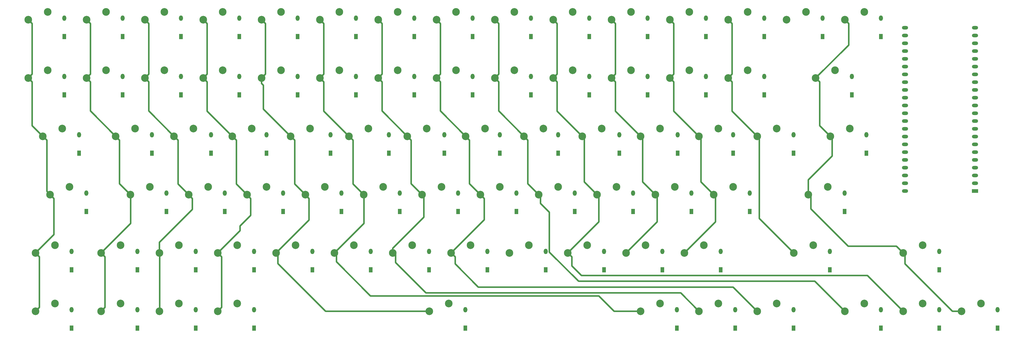
<source format=gbr>
%TF.GenerationSoftware,KiCad,Pcbnew,7.0.10*%
%TF.CreationDate,2024-01-16T21:17:59-03:00*%
%TF.ProjectId,PCB,5043422e-6b69-4636-9164-5f7063625858,rev?*%
%TF.SameCoordinates,Original*%
%TF.FileFunction,Copper,L2,Bot*%
%TF.FilePolarity,Positive*%
%FSLAX46Y46*%
G04 Gerber Fmt 4.6, Leading zero omitted, Abs format (unit mm)*
G04 Created by KiCad (PCBNEW 7.0.10) date 2024-01-16 21:17:59*
%MOMM*%
%LPD*%
G01*
G04 APERTURE LIST*
%TA.AperFunction,ComponentPad*%
%ADD10C,2.500000*%
%TD*%
%TA.AperFunction,ComponentPad*%
%ADD11R,1.300000X1.778000*%
%TD*%
%TA.AperFunction,ComponentPad*%
%ADD12O,1.300000X1.778000*%
%TD*%
%TA.AperFunction,ComponentPad*%
%ADD13R,2.000000X1.200000*%
%TD*%
%TA.AperFunction,ComponentPad*%
%ADD14O,2.000000X1.200000*%
%TD*%
%TA.AperFunction,Conductor*%
%ADD15C,0.500000*%
%TD*%
%TA.AperFunction,Conductor*%
%ADD16C,0.250000*%
%TD*%
G04 APERTURE END LIST*
D10*
%TO.P,S79,1,1*%
%TO.N,/col14*%
X292258750Y-105976963D03*
%TO.P,S79,2,2*%
%TO.N,Net-(D79-A)*%
X298608750Y-103436963D03*
%TD*%
D11*
%TO.P,D56,1,K*%
%TO.N,/row1*%
X220725000Y-73416963D03*
D12*
%TO.P,D56,2,A*%
%TO.N,Net-(D56-A)*%
X220725000Y-67416963D03*
%TD*%
D10*
%TO.P,S32,1,1*%
%TO.N,/col5*%
X132715000Y-67876963D03*
%TO.P,S32,2,2*%
%TO.N,Net-(D32-A)*%
X139065000Y-65336963D03*
%TD*%
%TO.P,S54,1,1*%
%TO.N,/col8*%
X304165000Y-144076963D03*
%TO.P,S54,2,2*%
%TO.N,Net-(D54-A)*%
X310515000Y-141536963D03*
%TD*%
%TO.P,S6,1,1*%
%TO.N,/col0*%
X39846250Y-144076963D03*
%TO.P,S6,2,2*%
%TO.N,Net-(D6-A)*%
X46196250Y-141536963D03*
%TD*%
%TO.P,S11,1,1*%
%TO.N,/col1*%
X61277500Y-125026963D03*
%TO.P,S11,2,2*%
%TO.N,Net-(D11-A)*%
X67627500Y-122486963D03*
%TD*%
D11*
%TO.P,D72,1,K*%
%TO.N,/row1*%
X277875000Y-73416963D03*
D12*
%TO.P,D72,2,A*%
%TO.N,Net-(D72-A)*%
X277875000Y-67416963D03*
%TD*%
D10*
%TO.P,S77,1,1*%
%TO.N,/col14*%
X294640000Y-67876963D03*
%TO.P,S77,2,2*%
%TO.N,Net-(D77-A)*%
X300990000Y-65336963D03*
%TD*%
%TO.P,S15,1,1*%
%TO.N,/col2*%
X85090000Y-86926963D03*
%TO.P,S15,2,2*%
%TO.N,Net-(D15-A)*%
X91440000Y-84386963D03*
%TD*%
D11*
%TO.P,D13,1,K*%
%TO.N,/row0*%
X87375000Y-54366963D03*
D12*
%TO.P,D13,2,A*%
%TO.N,Net-(D13-A)*%
X87375000Y-48366963D03*
%TD*%
D11*
%TO.P,D29,1,K*%
%TO.N,/row4*%
X130237500Y-130566963D03*
D12*
%TO.P,D29,2,A*%
%TO.N,Net-(D29-A)*%
X130237500Y-124566963D03*
%TD*%
D10*
%TO.P,S48,1,1*%
%TO.N,/col7*%
X275590000Y-144076963D03*
%TO.P,S48,2,2*%
%TO.N,Net-(D48-A)*%
X281940000Y-141536963D03*
%TD*%
D11*
%TO.P,D80,1,K*%
%TO.N,/row4*%
X335025000Y-130566963D03*
D12*
%TO.P,D80,2,A*%
%TO.N,Net-(D80-A)*%
X335025000Y-124566963D03*
%TD*%
D10*
%TO.P,S23,1,1*%
%TO.N,/col3*%
X99377500Y-125026963D03*
%TO.P,S23,2,2*%
%TO.N,Net-(D23-A)*%
X105727500Y-122486963D03*
%TD*%
%TO.P,S73,1,1*%
%TO.N,/col12*%
X275590000Y-86926963D03*
%TO.P,S73,2,2*%
%TO.N,Net-(D73-A)*%
X281940000Y-84386963D03*
%TD*%
%TO.P,S30,1,1*%
%TO.N,/col4*%
X168433750Y-144076963D03*
%TO.P,S30,2,2*%
%TO.N,Net-(D30-A)*%
X174783750Y-141536963D03*
%TD*%
%TO.P,S71,1,1*%
%TO.N,/col12*%
X266065000Y-48826963D03*
%TO.P,S71,2,2*%
%TO.N,Net-(D71-A)*%
X272415000Y-46286963D03*
%TD*%
D11*
%TO.P,D39,1,K*%
%TO.N,/row2*%
X173355000Y-92466963D03*
D12*
%TO.P,D39,2,A*%
%TO.N,Net-(D39-A)*%
X173355000Y-86466963D03*
%TD*%
D10*
%TO.P,S78,1,1*%
%TO.N,/col14*%
X299402500Y-86926963D03*
%TO.P,S78,2,2*%
%TO.N,Net-(D78-A)*%
X305752500Y-84386963D03*
%TD*%
%TO.P,S51,1,1*%
%TO.N,/col8*%
X199390000Y-86926963D03*
%TO.P,S51,2,2*%
%TO.N,Net-(D51-A)*%
X205740000Y-84386963D03*
%TD*%
D11*
%TO.P,D1,1,K*%
%TO.N,/row0*%
X49275000Y-54366963D03*
D12*
%TO.P,D1,2,A*%
%TO.N,Net-(D1-A)*%
X49275000Y-48366963D03*
%TD*%
D10*
%TO.P,S65,1,1*%
%TO.N,/col10*%
X232727500Y-125026963D03*
%TO.P,S65,2,2*%
%TO.N,Net-(D65-A)*%
X239077500Y-122486963D03*
%TD*%
%TO.P,S53,1,1*%
%TO.N,/col8*%
X194627500Y-125026963D03*
%TO.P,S53,2,2*%
%TO.N,Net-(D53-A)*%
X200977500Y-122486963D03*
%TD*%
%TO.P,S4,1,1*%
%TO.N,/col0*%
X44608750Y-105976963D03*
%TO.P,S4,2,2*%
%TO.N,Net-(D4-A)*%
X50958750Y-103436963D03*
%TD*%
D11*
%TO.P,D43,1,K*%
%TO.N,/row0*%
X182625000Y-54366963D03*
D12*
%TO.P,D43,2,A*%
%TO.N,Net-(D43-A)*%
X182625000Y-48366963D03*
%TD*%
D11*
%TO.P,D61,1,K*%
%TO.N,/row0*%
X239775000Y-54366963D03*
D12*
%TO.P,D61,2,A*%
%TO.N,Net-(D61-A)*%
X239775000Y-48366963D03*
%TD*%
D10*
%TO.P,S18,1,1*%
%TO.N,/col2*%
X80327500Y-144076963D03*
%TO.P,S18,2,2*%
%TO.N,Net-(D18-A)*%
X86677500Y-141536963D03*
%TD*%
%TO.P,S31,1,1*%
%TO.N,/col5*%
X132715000Y-48826963D03*
%TO.P,S31,2,2*%
%TO.N,Net-(D31-A)*%
X139065000Y-46286963D03*
%TD*%
%TO.P,S34,1,1*%
%TO.N,/col5*%
X147002500Y-105976963D03*
%TO.P,S34,2,2*%
%TO.N,Net-(D34-A)*%
X153352500Y-103436963D03*
%TD*%
D11*
%TO.P,D25,1,K*%
%TO.N,/row0*%
X125475000Y-54366963D03*
D12*
%TO.P,D25,2,A*%
%TO.N,Net-(D25-A)*%
X125475000Y-48366963D03*
%TD*%
D11*
%TO.P,D70,1,K*%
%TO.N,/row4*%
X263587500Y-130566963D03*
D12*
%TO.P,D70,2,A*%
%TO.N,Net-(D70-A)*%
X263587500Y-124566963D03*
%TD*%
D10*
%TO.P,S25,1,1*%
%TO.N,/col4*%
X113665000Y-48826963D03*
%TO.P,S25,2,2*%
%TO.N,Net-(D25-A)*%
X120015000Y-46286963D03*
%TD*%
D11*
%TO.P,D51,1,K*%
%TO.N,/row2*%
X210502500Y-92466963D03*
D12*
%TO.P,D51,2,A*%
%TO.N,Net-(D51-A)*%
X210502500Y-86466963D03*
%TD*%
D10*
%TO.P,S70,1,1*%
%TO.N,/col11*%
X251777500Y-125026963D03*
%TO.P,S70,2,2*%
%TO.N,Net-(D70-A)*%
X258127500Y-122486963D03*
%TD*%
D11*
%TO.P,D34,1,K*%
%TO.N,/row3*%
X158812500Y-111516963D03*
D12*
%TO.P,D34,2,A*%
%TO.N,Net-(D34-A)*%
X158812500Y-105516963D03*
%TD*%
D11*
%TO.P,D28,1,K*%
%TO.N,/row3*%
X139762500Y-111516963D03*
D12*
%TO.P,D28,2,A*%
%TO.N,Net-(D28-A)*%
X139762500Y-105516963D03*
%TD*%
D11*
%TO.P,D58,1,K*%
%TO.N,/row3*%
X235012500Y-111516963D03*
D12*
%TO.P,D58,2,A*%
%TO.N,Net-(D58-A)*%
X235012500Y-105516963D03*
%TD*%
D11*
%TO.P,D8,1,K*%
%TO.N,/row1*%
X68325000Y-73416963D03*
D12*
%TO.P,D8,2,A*%
%TO.N,Net-(D8-A)*%
X68325000Y-67416963D03*
%TD*%
D11*
%TO.P,D71,1,K*%
%TO.N,/row0*%
X277875000Y-54366963D03*
D12*
%TO.P,D71,2,A*%
%TO.N,Net-(D71-A)*%
X277875000Y-48366963D03*
%TD*%
D10*
%TO.P,S16,1,1*%
%TO.N,/col2*%
X89852500Y-105976963D03*
%TO.P,S16,2,2*%
%TO.N,Net-(D16-A)*%
X96202500Y-103436963D03*
%TD*%
D13*
%TO.P,U1,1,3V3*%
%TO.N,Net-(U1-3V3-Pad1)*%
X346706320Y-104772280D03*
D14*
%TO.P,U1,2,3V3*%
X346706320Y-102232280D03*
%TO.P,U1,3,CHIP_PU*%
%TO.N,unconnected-(U1-CHIP_PU-Pad3)*%
X346706320Y-99692280D03*
%TO.P,U1,4,GPIO4/ADC1_CH3*%
%TO.N,unconnected-(U1-GPIO4{slash}ADC1_CH3-Pad4)*%
X346706320Y-97152280D03*
%TO.P,U1,5,GPIO5/ADC1_CH4*%
%TO.N,unconnected-(U1-GPIO5{slash}ADC1_CH4-Pad5)*%
X346706320Y-94612280D03*
%TO.P,U1,6,GPIO6/ADC1_CH5*%
%TO.N,unconnected-(U1-GPIO6{slash}ADC1_CH5-Pad6)*%
X346706320Y-92072280D03*
%TO.P,U1,7,GPIO7/ADC1_CH6*%
%TO.N,unconnected-(U1-GPIO7{slash}ADC1_CH6-Pad7)*%
X346706320Y-89532280D03*
%TO.P,U1,8,GPIO15/ADC2_CH4/32K_P*%
%TO.N,unconnected-(U1-GPIO15{slash}ADC2_CH4{slash}32K_P-Pad8)*%
X346706320Y-86992280D03*
%TO.P,U1,9,GPIO16/ADC2_CH5/32K_N*%
%TO.N,unconnected-(U1-GPIO16{slash}ADC2_CH5{slash}32K_N-Pad9)*%
X346706320Y-84452280D03*
%TO.P,U1,10,GPIO17/ADC2_CH6*%
%TO.N,unconnected-(U1-GPIO17{slash}ADC2_CH6-Pad10)*%
X346706320Y-81912280D03*
%TO.P,U1,11,GPIO18/ADC2_CH7*%
%TO.N,unconnected-(U1-GPIO18{slash}ADC2_CH7-Pad11)*%
X346706320Y-79372280D03*
%TO.P,U1,12,GPIO8/ADC1_CH7*%
%TO.N,unconnected-(U1-GPIO8{slash}ADC1_CH7-Pad12)*%
X346706320Y-76832280D03*
%TO.P,U1,13,GPIO3/ADC1_CH2*%
%TO.N,unconnected-(U1-GPIO3{slash}ADC1_CH2-Pad13)*%
X346706320Y-74292280D03*
%TO.P,U1,14,GPIO46*%
%TO.N,unconnected-(U1-GPIO46-Pad14)*%
X346706320Y-71752280D03*
%TO.P,U1,15,GPIO9/ADC1_CH8*%
%TO.N,unconnected-(U1-GPIO9{slash}ADC1_CH8-Pad15)*%
X346706320Y-69212280D03*
%TO.P,U1,16,GPIO10/ADC1_CH9*%
%TO.N,unconnected-(U1-GPIO10{slash}ADC1_CH9-Pad16)*%
X346706320Y-66672280D03*
%TO.P,U1,17,GPIO11/ADC2_CH0*%
%TO.N,unconnected-(U1-GPIO11{slash}ADC2_CH0-Pad17)*%
X346706320Y-64132280D03*
%TO.P,U1,18,GPIO12/ADC2_CH1*%
%TO.N,unconnected-(U1-GPIO12{slash}ADC2_CH1-Pad18)*%
X346706320Y-61592280D03*
%TO.P,U1,19,GPIO13/ADC2_CH2*%
%TO.N,unconnected-(U1-GPIO13{slash}ADC2_CH2-Pad19)*%
X346706320Y-59052280D03*
%TO.P,U1,20,GPIO14/ADC2_CH3*%
%TO.N,unconnected-(U1-GPIO14{slash}ADC2_CH3-Pad20)*%
X346710000Y-56515000D03*
%TO.P,U1,21,5V*%
%TO.N,unconnected-(U1-5V-Pad21)*%
X346710000Y-53975000D03*
%TO.P,U1,22,GND*%
%TO.N,GND*%
X346710000Y-51435000D03*
%TO.P,U1,23,GND*%
X323846320Y-51432280D03*
%TO.P,U1,24,GND*%
X323846320Y-53972280D03*
%TO.P,U1,25,GPIO19/USB_D-*%
%TO.N,unconnected-(U1-GPIO19{slash}USB_D--Pad25)*%
X323846320Y-56512280D03*
%TO.P,U1,26,GPIO20/USB_D+*%
%TO.N,unconnected-(U1-GPIO20{slash}USB_D+-Pad26)*%
X323846320Y-59052280D03*
%TO.P,U1,27,GPIO21*%
%TO.N,unconnected-(U1-GPIO21-Pad27)*%
X323846320Y-61592280D03*
%TO.P,U1,28,GPIO47*%
%TO.N,unconnected-(U1-GPIO47-Pad28)*%
X323846320Y-64132280D03*
%TO.P,U1,29,GPIO48*%
%TO.N,unconnected-(U1-GPIO48-Pad29)*%
X323846320Y-66672280D03*
%TO.P,U1,30,GPIO45*%
%TO.N,unconnected-(U1-GPIO45-Pad30)*%
X323846320Y-69212280D03*
%TO.P,U1,31,GPIO0*%
%TO.N,unconnected-(U1-GPIO0-Pad31)*%
X323846320Y-71752280D03*
%TO.P,U1,32,GPIO35*%
%TO.N,unconnected-(U1-GPIO35-Pad32)*%
X323846320Y-74292280D03*
%TO.P,U1,33,GPIO36*%
%TO.N,unconnected-(U1-GPIO36-Pad33)*%
X323846320Y-76832280D03*
%TO.P,U1,34,GPIO37*%
%TO.N,unconnected-(U1-GPIO37-Pad34)*%
X323846320Y-79372280D03*
%TO.P,U1,35,GPIO38*%
%TO.N,unconnected-(U1-GPIO38-Pad35)*%
X323846320Y-81912280D03*
%TO.P,U1,36,GPIO39/MTCK*%
%TO.N,unconnected-(U1-GPIO39{slash}MTCK-Pad36)*%
X323846320Y-84452280D03*
%TO.P,U1,37,GPIO40/MTDO*%
%TO.N,unconnected-(U1-GPIO40{slash}MTDO-Pad37)*%
X323846320Y-86992280D03*
%TO.P,U1,38,GPIO41/MTDI*%
%TO.N,unconnected-(U1-GPIO41{slash}MTDI-Pad38)*%
X323846320Y-89532280D03*
%TO.P,U1,39,GPIO42/MTMS*%
%TO.N,unconnected-(U1-GPIO42{slash}MTMS-Pad39)*%
X323846320Y-92072280D03*
%TO.P,U1,40,GPIO2/ADC1_CH1*%
%TO.N,unconnected-(U1-GPIO2{slash}ADC1_CH1-Pad40)*%
X323846320Y-94612280D03*
%TO.P,U1,41,GPIO1/ADC1_CH0*%
%TO.N,unconnected-(U1-GPIO1{slash}ADC1_CH0-Pad41)*%
X323846320Y-97152280D03*
%TO.P,U1,42,GPIO44/U0RXD*%
%TO.N,unconnected-(U1-GPIO44{slash}U0RXD-Pad42)*%
X323846320Y-99692280D03*
%TO.P,U1,43,GPIO43/U0TXD*%
%TO.N,unconnected-(U1-GPIO43{slash}U0TXD-Pad43)*%
X323846320Y-102232280D03*
%TO.P,U1,44,GND*%
%TO.N,GND*%
X323846320Y-104772280D03*
%TD*%
D10*
%TO.P,S41,1,1*%
%TO.N,/col6*%
X156527500Y-125026963D03*
%TO.P,S41,2,2*%
%TO.N,Net-(D41-A)*%
X162877500Y-122486963D03*
%TD*%
D11*
%TO.P,D22,1,K*%
%TO.N,/row3*%
X120712500Y-111516963D03*
D12*
%TO.P,D22,2,A*%
%TO.N,Net-(D22-A)*%
X120712500Y-105516963D03*
%TD*%
D10*
%TO.P,S33,1,1*%
%TO.N,/col5*%
X142240000Y-86926963D03*
%TO.P,S33,2,2*%
%TO.N,Net-(D33-A)*%
X148590000Y-84386963D03*
%TD*%
%TO.P,S29,1,1*%
%TO.N,/col4*%
X118427500Y-125026963D03*
%TO.P,S29,2,2*%
%TO.N,Net-(D29-A)*%
X124777500Y-122486963D03*
%TD*%
D11*
%TO.P,D81,1,K*%
%TO.N,/row5*%
X354075000Y-149616963D03*
D12*
%TO.P,D81,2,A*%
%TO.N,Net-(D81-A)*%
X354075000Y-143616963D03*
%TD*%
D11*
%TO.P,D33,1,K*%
%TO.N,/row2*%
X155257500Y-92466963D03*
D12*
%TO.P,D33,2,A*%
%TO.N,Net-(D33-A)*%
X155257500Y-86466963D03*
%TD*%
D11*
%TO.P,D19,1,K*%
%TO.N,/row0*%
X106425000Y-54366963D03*
D12*
%TO.P,D19,2,A*%
%TO.N,Net-(D19-A)*%
X106425000Y-48366963D03*
%TD*%
D10*
%TO.P,S20,1,1*%
%TO.N,/col3*%
X94615000Y-67876963D03*
%TO.P,S20,2,2*%
%TO.N,Net-(D20-A)*%
X100965000Y-65336963D03*
%TD*%
%TO.P,S76,1,1*%
%TO.N,/col14*%
X304165000Y-48826963D03*
%TO.P,S76,2,2*%
%TO.N,Net-(D76-A)*%
X310515000Y-46286963D03*
%TD*%
%TO.P,S45,1,1*%
%TO.N,/col7*%
X180340000Y-86926963D03*
%TO.P,S45,2,2*%
%TO.N,Net-(D45-A)*%
X186690000Y-84386963D03*
%TD*%
%TO.P,S55,1,1*%
%TO.N,/col9*%
X208915000Y-48826963D03*
%TO.P,S55,2,2*%
%TO.N,Net-(D55-A)*%
X215265000Y-46286963D03*
%TD*%
%TO.P,S24,1,1*%
%TO.N,/col3*%
X99377500Y-144076963D03*
%TO.P,S24,2,2*%
%TO.N,Net-(D24-A)*%
X105727500Y-141536963D03*
%TD*%
D11*
%TO.P,D60,1,K*%
%TO.N,/row5*%
X335025000Y-149616963D03*
D12*
%TO.P,D60,2,A*%
%TO.N,Net-(D60-A)*%
X335025000Y-143616963D03*
%TD*%
D11*
%TO.P,D4,1,K*%
%TO.N,/row3*%
X56418750Y-111516963D03*
D12*
%TO.P,D4,2,A*%
%TO.N,Net-(D4-A)*%
X56418750Y-105516963D03*
%TD*%
D11*
%TO.P,D32,1,K*%
%TO.N,/row1*%
X144525000Y-73416963D03*
D12*
%TO.P,D32,2,A*%
%TO.N,Net-(D32-A)*%
X144525000Y-67416963D03*
%TD*%
D10*
%TO.P,S58,1,1*%
%TO.N,/col9*%
X223202500Y-105976963D03*
%TO.P,S58,2,2*%
%TO.N,Net-(D58-A)*%
X229552500Y-103436963D03*
%TD*%
%TO.P,S40,1,1*%
%TO.N,/col6*%
X166052500Y-105976963D03*
%TO.P,S40,2,2*%
%TO.N,Net-(D40-A)*%
X172402500Y-103436963D03*
%TD*%
D11*
%TO.P,D49,1,K*%
%TO.N,/row0*%
X201675000Y-54366963D03*
D12*
%TO.P,D49,2,A*%
%TO.N,Net-(D49-A)*%
X201675000Y-48366963D03*
%TD*%
D10*
%TO.P,S9,1,1*%
%TO.N,/col1*%
X66040000Y-86926963D03*
%TO.P,S9,2,2*%
%TO.N,Net-(D9-A)*%
X72390000Y-84386963D03*
%TD*%
D11*
%TO.P,D17,1,K*%
%TO.N,/row4*%
X92137500Y-130566963D03*
D12*
%TO.P,D17,2,A*%
%TO.N,Net-(D17-A)*%
X92137500Y-124566963D03*
%TD*%
D10*
%TO.P,S68,1,1*%
%TO.N,/col11*%
X256540000Y-86926963D03*
%TO.P,S68,2,2*%
%TO.N,Net-(D68-A)*%
X262890000Y-84386963D03*
%TD*%
%TO.P,S61,1,1*%
%TO.N,/col10*%
X227965000Y-48826963D03*
%TO.P,S61,2,2*%
%TO.N,Net-(D61-A)*%
X234315000Y-46286963D03*
%TD*%
%TO.P,S50,1,1*%
%TO.N,/col8*%
X189865000Y-67876963D03*
%TO.P,S50,2,2*%
%TO.N,Net-(D50-A)*%
X196215000Y-65336963D03*
%TD*%
%TO.P,S14,1,1*%
%TO.N,/col2*%
X75565000Y-67876963D03*
%TO.P,S14,2,2*%
%TO.N,Net-(D14-A)*%
X81915000Y-65336963D03*
%TD*%
D11*
%TO.P,D76,1,K*%
%TO.N,/row0*%
X315975000Y-54366963D03*
D12*
%TO.P,D76,2,A*%
%TO.N,Net-(D76-A)*%
X315975000Y-48366963D03*
%TD*%
D11*
%TO.P,D9,1,K*%
%TO.N,/row2*%
X77850000Y-92466963D03*
D12*
%TO.P,D9,2,A*%
%TO.N,Net-(D9-A)*%
X77850000Y-86466963D03*
%TD*%
D10*
%TO.P,S12,1,1*%
%TO.N,/col1*%
X61277500Y-144076963D03*
%TO.P,S12,2,2*%
%TO.N,Net-(D12-A)*%
X67627500Y-141536963D03*
%TD*%
D11*
%TO.P,D6,1,K*%
%TO.N,/row5*%
X51656250Y-149616963D03*
D12*
%TO.P,D6,2,A*%
%TO.N,Net-(D6-A)*%
X51656250Y-143616963D03*
%TD*%
D10*
%TO.P,S46,1,1*%
%TO.N,/col7*%
X185102500Y-105976963D03*
%TO.P,S46,2,2*%
%TO.N,Net-(D46-A)*%
X191452500Y-103436963D03*
%TD*%
%TO.P,S69,1,1*%
%TO.N,/col11*%
X261302500Y-105976963D03*
%TO.P,S69,2,2*%
%TO.N,Net-(D69-A)*%
X267652500Y-103436963D03*
%TD*%
D11*
%TO.P,D45,1,K*%
%TO.N,/row2*%
X191452500Y-92466963D03*
D12*
%TO.P,D45,2,A*%
%TO.N,Net-(D45-A)*%
X191452500Y-86466963D03*
%TD*%
D11*
%TO.P,D47,1,K*%
%TO.N,/row4*%
X187387500Y-130566963D03*
D12*
%TO.P,D47,2,A*%
%TO.N,Net-(D47-A)*%
X187387500Y-124566963D03*
%TD*%
D11*
%TO.P,D18,1,K*%
%TO.N,/row5*%
X92137500Y-149616963D03*
D12*
%TO.P,D18,2,A*%
%TO.N,Net-(D18-A)*%
X92137500Y-143616963D03*
%TD*%
D11*
%TO.P,D23,1,K*%
%TO.N,/row4*%
X111187500Y-130566963D03*
D12*
%TO.P,D23,2,A*%
%TO.N,Net-(D23-A)*%
X111187500Y-124566963D03*
%TD*%
D10*
%TO.P,S3,1,1*%
%TO.N,/col0*%
X42227500Y-86926963D03*
%TO.P,S3,2,2*%
%TO.N,Net-(D3-A)*%
X48577500Y-84386963D03*
%TD*%
%TO.P,S47,1,1*%
%TO.N,/col7*%
X175577500Y-125026963D03*
%TO.P,S47,2,2*%
%TO.N,Net-(D47-A)*%
X181927500Y-122486963D03*
%TD*%
%TO.P,S60,1,1*%
%TO.N,/col9*%
X323215000Y-144076963D03*
%TO.P,S60,2,2*%
%TO.N,Net-(D60-A)*%
X329565000Y-141536963D03*
%TD*%
D11*
%TO.P,D52,1,K*%
%TO.N,/row3*%
X215962500Y-111516963D03*
D12*
%TO.P,D52,2,A*%
%TO.N,Net-(D52-A)*%
X215962500Y-105516963D03*
%TD*%
D10*
%TO.P,S49,1,1*%
%TO.N,/col8*%
X189865000Y-48826963D03*
%TO.P,S49,2,2*%
%TO.N,Net-(D49-A)*%
X196215000Y-46286963D03*
%TD*%
D11*
%TO.P,D65,1,K*%
%TO.N,/row4*%
X244537500Y-130566963D03*
D12*
%TO.P,D65,2,A*%
%TO.N,Net-(D65-A)*%
X244537500Y-124566963D03*
%TD*%
D10*
%TO.P,S75,1,1*%
%TO.N,/col13*%
X285115000Y-48826963D03*
%TO.P,S75,2,2*%
%TO.N,Net-(D75-A)*%
X291465000Y-46286963D03*
%TD*%
D11*
%TO.P,D37,1,K*%
%TO.N,/row0*%
X163575000Y-54366963D03*
D12*
%TO.P,D37,2,A*%
%TO.N,Net-(D37-A)*%
X163575000Y-48366963D03*
%TD*%
D10*
%TO.P,S7,1,1*%
%TO.N,/col1*%
X56515000Y-48826963D03*
%TO.P,S7,2,2*%
%TO.N,Net-(D7-A)*%
X62865000Y-46286963D03*
%TD*%
D11*
%TO.P,D12,1,K*%
%TO.N,/row5*%
X73087500Y-149616963D03*
D12*
%TO.P,D12,2,A*%
%TO.N,Net-(D12-A)*%
X73087500Y-143616963D03*
%TD*%
D11*
%TO.P,D14,1,K*%
%TO.N,/row1*%
X87375000Y-73416963D03*
D12*
%TO.P,D14,2,A*%
%TO.N,Net-(D14-A)*%
X87375000Y-67416963D03*
%TD*%
D10*
%TO.P,S28,1,1*%
%TO.N,/col4*%
X127952500Y-105976963D03*
%TO.P,S28,2,2*%
%TO.N,Net-(D28-A)*%
X134302500Y-103436963D03*
%TD*%
D11*
%TO.P,D11,1,K*%
%TO.N,/row4*%
X73087500Y-130566963D03*
D12*
%TO.P,D11,2,A*%
%TO.N,Net-(D11-A)*%
X73087500Y-124566963D03*
%TD*%
D11*
%TO.P,D68,1,K*%
%TO.N,/row2*%
X267652500Y-92466963D03*
D12*
%TO.P,D68,2,A*%
%TO.N,Net-(D68-A)*%
X267652500Y-86466963D03*
%TD*%
D10*
%TO.P,S19,1,1*%
%TO.N,/col3*%
X94615000Y-48826963D03*
%TO.P,S19,2,2*%
%TO.N,Net-(D19-A)*%
X100965000Y-46286963D03*
%TD*%
D11*
%TO.P,D54,1,K*%
%TO.N,/row5*%
X315975000Y-149616963D03*
D12*
%TO.P,D54,2,A*%
%TO.N,Net-(D54-A)*%
X315975000Y-143616963D03*
%TD*%
D11*
%TO.P,D36,1,K*%
%TO.N,/row5*%
X249300000Y-149616963D03*
D12*
%TO.P,D36,2,A*%
%TO.N,Net-(D36-A)*%
X249300000Y-143616963D03*
%TD*%
D11*
%TO.P,D35,1,K*%
%TO.N,/row4*%
X149287500Y-130566963D03*
D12*
%TO.P,D35,2,A*%
%TO.N,Net-(D35-A)*%
X149287500Y-124566963D03*
%TD*%
D10*
%TO.P,S62,1,1*%
%TO.N,/col10*%
X227965000Y-67876963D03*
%TO.P,S62,2,2*%
%TO.N,Net-(D62-A)*%
X234315000Y-65336963D03*
%TD*%
%TO.P,S56,1,1*%
%TO.N,/col9*%
X208915000Y-67876963D03*
%TO.P,S56,2,2*%
%TO.N,Net-(D56-A)*%
X215265000Y-65336963D03*
%TD*%
%TO.P,S10,1,1*%
%TO.N,/col1*%
X70802500Y-105976963D03*
%TO.P,S10,2,2*%
%TO.N,Net-(D10-A)*%
X77152500Y-103436963D03*
%TD*%
D11*
%TO.P,D16,1,K*%
%TO.N,/row3*%
X101662500Y-111516963D03*
D12*
%TO.P,D16,2,A*%
%TO.N,Net-(D16-A)*%
X101662500Y-105516963D03*
%TD*%
D10*
%TO.P,S63,1,1*%
%TO.N,/col10*%
X237490000Y-86926963D03*
%TO.P,S63,2,2*%
%TO.N,Net-(D63-A)*%
X243840000Y-84386963D03*
%TD*%
D11*
%TO.P,D31,1,K*%
%TO.N,/row0*%
X144525000Y-54366963D03*
D12*
%TO.P,D31,2,A*%
%TO.N,Net-(D31-A)*%
X144525000Y-48366963D03*
%TD*%
D10*
%TO.P,S74,1,1*%
%TO.N,/col12*%
X287496250Y-125026963D03*
%TO.P,S74,2,2*%
%TO.N,Net-(D74-A)*%
X293846250Y-122486963D03*
%TD*%
D11*
%TO.P,D73,1,K*%
%TO.N,/row2*%
X287400000Y-92466963D03*
D12*
%TO.P,D73,2,A*%
%TO.N,Net-(D73-A)*%
X287400000Y-86466963D03*
%TD*%
D10*
%TO.P,S39,1,1*%
%TO.N,/col6*%
X161290000Y-86926963D03*
%TO.P,S39,2,2*%
%TO.N,Net-(D39-A)*%
X167640000Y-84386963D03*
%TD*%
%TO.P,S36,1,1*%
%TO.N,/col5*%
X237490000Y-144076963D03*
%TO.P,S36,2,2*%
%TO.N,Net-(D36-A)*%
X243840000Y-141536963D03*
%TD*%
D11*
%TO.P,D40,1,K*%
%TO.N,/row3*%
X177862500Y-111516963D03*
D12*
%TO.P,D40,2,A*%
%TO.N,Net-(D40-A)*%
X177862500Y-105516963D03*
%TD*%
D11*
%TO.P,D66,1,K*%
%TO.N,/row0*%
X258825000Y-54366963D03*
D12*
%TO.P,D66,2,A*%
%TO.N,Net-(D66-A)*%
X258825000Y-48366963D03*
%TD*%
D11*
%TO.P,D21,1,K*%
%TO.N,/row2*%
X115252500Y-92466963D03*
D12*
%TO.P,D21,2,A*%
%TO.N,Net-(D21-A)*%
X115252500Y-86466963D03*
%TD*%
D11*
%TO.P,D74,1,K*%
%TO.N,/row4*%
X299306250Y-130566963D03*
D12*
%TO.P,D74,2,A*%
%TO.N,Net-(D74-A)*%
X299306250Y-124566963D03*
%TD*%
D10*
%TO.P,S26,1,1*%
%TO.N,/col4*%
X113665000Y-67876963D03*
%TO.P,S26,2,2*%
%TO.N,Net-(D26-A)*%
X120015000Y-65336963D03*
%TD*%
D11*
%TO.P,D48,1,K*%
%TO.N,/row5*%
X287400000Y-149616963D03*
D12*
%TO.P,D48,2,A*%
%TO.N,Net-(D48-A)*%
X287400000Y-143616963D03*
%TD*%
D11*
%TO.P,D38,1,K*%
%TO.N,/row1*%
X163575000Y-73416963D03*
D12*
%TO.P,D38,2,A*%
%TO.N,Net-(D38-A)*%
X163575000Y-67416963D03*
%TD*%
D11*
%TO.P,D77,1,K*%
%TO.N,/row1*%
X306450000Y-73416963D03*
D12*
%TO.P,D77,2,A*%
%TO.N,Net-(D77-A)*%
X306450000Y-67416963D03*
%TD*%
D10*
%TO.P,S42,1,1*%
%TO.N,/col6*%
X256540000Y-144076963D03*
%TO.P,S42,2,2*%
%TO.N,Net-(D42-A)*%
X262890000Y-141536963D03*
%TD*%
%TO.P,S1,1,1*%
%TO.N,/col0*%
X37465000Y-48826963D03*
%TO.P,S1,2,2*%
%TO.N,Net-(D1-A)*%
X43815000Y-46286963D03*
%TD*%
D11*
%TO.P,D44,1,K*%
%TO.N,/row1*%
X182625000Y-73416963D03*
D12*
%TO.P,D44,2,A*%
%TO.N,Net-(D44-A)*%
X182625000Y-67416963D03*
%TD*%
D10*
%TO.P,S66,1,1*%
%TO.N,/col11*%
X247015000Y-48826963D03*
%TO.P,S66,2,2*%
%TO.N,Net-(D66-A)*%
X253365000Y-46286963D03*
%TD*%
D11*
%TO.P,D46,1,K*%
%TO.N,/row3*%
X196912500Y-111516963D03*
D12*
%TO.P,D46,2,A*%
%TO.N,Net-(D46-A)*%
X196912500Y-105516963D03*
%TD*%
D11*
%TO.P,D42,1,K*%
%TO.N,/row5*%
X268350000Y-149616963D03*
D12*
%TO.P,D42,2,A*%
%TO.N,Net-(D42-A)*%
X268350000Y-143616963D03*
%TD*%
D10*
%TO.P,S52,1,1*%
%TO.N,/col8*%
X204152500Y-105976963D03*
%TO.P,S52,2,2*%
%TO.N,Net-(D52-A)*%
X210502500Y-103436963D03*
%TD*%
D11*
%TO.P,D5,1,K*%
%TO.N,/row4*%
X51656250Y-130566963D03*
D12*
%TO.P,D5,2,A*%
%TO.N,Net-(D5-A)*%
X51656250Y-124566963D03*
%TD*%
D11*
%TO.P,D53,1,K*%
%TO.N,/row4*%
X206437500Y-130566963D03*
D12*
%TO.P,D53,2,A*%
%TO.N,Net-(D53-A)*%
X206437500Y-124566963D03*
%TD*%
D10*
%TO.P,S64,1,1*%
%TO.N,/col10*%
X242252500Y-105976963D03*
%TO.P,S64,2,2*%
%TO.N,Net-(D64-A)*%
X248602500Y-103436963D03*
%TD*%
D11*
%TO.P,D69,1,K*%
%TO.N,/row3*%
X273112500Y-111516963D03*
D12*
%TO.P,D69,2,A*%
%TO.N,Net-(D69-A)*%
X273112500Y-105516963D03*
%TD*%
D10*
%TO.P,S22,1,1*%
%TO.N,/col3*%
X108902500Y-105976963D03*
%TO.P,S22,2,2*%
%TO.N,Net-(D22-A)*%
X115252500Y-103436963D03*
%TD*%
%TO.P,S5,1,1*%
%TO.N,/col0*%
X39846250Y-125026963D03*
%TO.P,S5,2,2*%
%TO.N,Net-(D5-A)*%
X46196250Y-122486963D03*
%TD*%
D11*
%TO.P,D7,1,K*%
%TO.N,/row0*%
X68325000Y-54366963D03*
D12*
%TO.P,D7,2,A*%
%TO.N,Net-(D7-A)*%
X68325000Y-48366963D03*
%TD*%
D10*
%TO.P,S80,1,1*%
%TO.N,/col14*%
X323215000Y-125026963D03*
%TO.P,S80,2,2*%
%TO.N,Net-(D80-A)*%
X329565000Y-122486963D03*
%TD*%
%TO.P,S57,1,1*%
%TO.N,/col9*%
X218440000Y-86926963D03*
%TO.P,S57,2,2*%
%TO.N,Net-(D57-A)*%
X224790000Y-84386963D03*
%TD*%
D11*
%TO.P,D50,1,K*%
%TO.N,/row1*%
X201675000Y-73416963D03*
D12*
%TO.P,D50,2,A*%
%TO.N,Net-(D50-A)*%
X201675000Y-67416963D03*
%TD*%
D11*
%TO.P,D15,1,K*%
%TO.N,/row2*%
X97155000Y-92466963D03*
D12*
%TO.P,D15,2,A*%
%TO.N,Net-(D15-A)*%
X97155000Y-86466963D03*
%TD*%
D11*
%TO.P,D20,1,K*%
%TO.N,/row1*%
X106425000Y-73416963D03*
D12*
%TO.P,D20,2,A*%
%TO.N,Net-(D20-A)*%
X106425000Y-67416963D03*
%TD*%
D11*
%TO.P,D79,1,K*%
%TO.N,/row3*%
X304068750Y-111516963D03*
D12*
%TO.P,D79,2,A*%
%TO.N,Net-(D79-A)*%
X304068750Y-105516963D03*
%TD*%
D11*
%TO.P,D30,1,K*%
%TO.N,/row5*%
X180243750Y-149616963D03*
D12*
%TO.P,D30,2,A*%
%TO.N,Net-(D30-A)*%
X180243750Y-143616963D03*
%TD*%
D10*
%TO.P,S37,1,1*%
%TO.N,/col6*%
X151765000Y-48826963D03*
%TO.P,S37,2,2*%
%TO.N,Net-(D37-A)*%
X158115000Y-46286963D03*
%TD*%
%TO.P,S17,1,1*%
%TO.N,/col2*%
X80327500Y-125026963D03*
%TO.P,S17,2,2*%
%TO.N,Net-(D17-A)*%
X86677500Y-122486963D03*
%TD*%
D11*
%TO.P,D63,1,K*%
%TO.N,/row2*%
X249555000Y-92466963D03*
D12*
%TO.P,D63,2,A*%
%TO.N,Net-(D63-A)*%
X249555000Y-86466963D03*
%TD*%
D10*
%TO.P,S38,1,1*%
%TO.N,/col6*%
X151765000Y-67876963D03*
%TO.P,S38,2,2*%
%TO.N,Net-(D38-A)*%
X158115000Y-65336963D03*
%TD*%
D11*
%TO.P,D67,1,K*%
%TO.N,/row1*%
X258825000Y-73416963D03*
D12*
%TO.P,D67,2,A*%
%TO.N,Net-(D67-A)*%
X258825000Y-67416963D03*
%TD*%
D11*
%TO.P,D2,1,K*%
%TO.N,/row1*%
X49275000Y-73416963D03*
D12*
%TO.P,D2,2,A*%
%TO.N,Net-(D2-A)*%
X49275000Y-67416963D03*
%TD*%
D10*
%TO.P,S2,1,1*%
%TO.N,/col0*%
X37465000Y-67876963D03*
%TO.P,S2,2,2*%
%TO.N,Net-(D2-A)*%
X43815000Y-65336963D03*
%TD*%
D11*
%TO.P,D57,1,K*%
%TO.N,/row2*%
X230505000Y-92466963D03*
D12*
%TO.P,D57,2,A*%
%TO.N,Net-(D57-A)*%
X230505000Y-86466963D03*
%TD*%
D11*
%TO.P,D62,1,K*%
%TO.N,/row1*%
X239775000Y-73416963D03*
D12*
%TO.P,D62,2,A*%
%TO.N,Net-(D62-A)*%
X239775000Y-67416963D03*
%TD*%
D11*
%TO.P,D75,1,K*%
%TO.N,/row0*%
X296925000Y-54366963D03*
D12*
%TO.P,D75,2,A*%
%TO.N,Net-(D75-A)*%
X296925000Y-48366963D03*
%TD*%
D10*
%TO.P,S44,1,1*%
%TO.N,/col7*%
X170815000Y-67876963D03*
%TO.P,S44,2,2*%
%TO.N,Net-(D44-A)*%
X177165000Y-65336963D03*
%TD*%
D11*
%TO.P,D78,1,K*%
%TO.N,/row2*%
X311212500Y-92466963D03*
D12*
%TO.P,D78,2,A*%
%TO.N,Net-(D78-A)*%
X311212500Y-86466963D03*
%TD*%
D11*
%TO.P,D59,1,K*%
%TO.N,/row4*%
X225487500Y-130566963D03*
D12*
%TO.P,D59,2,A*%
%TO.N,Net-(D59-A)*%
X225487500Y-124566963D03*
%TD*%
D11*
%TO.P,D26,1,K*%
%TO.N,/row1*%
X125475000Y-73416963D03*
D12*
%TO.P,D26,2,A*%
%TO.N,Net-(D26-A)*%
X125475000Y-67416963D03*
%TD*%
D11*
%TO.P,D55,1,K*%
%TO.N,/row0*%
X220725000Y-54366963D03*
D12*
%TO.P,D55,2,A*%
%TO.N,Net-(D55-A)*%
X220725000Y-48366963D03*
%TD*%
D10*
%TO.P,S8,1,1*%
%TO.N,/col1*%
X56515000Y-67876963D03*
%TO.P,S8,2,2*%
%TO.N,Net-(D8-A)*%
X62865000Y-65336963D03*
%TD*%
D11*
%TO.P,D64,1,K*%
%TO.N,/row3*%
X254062500Y-111516963D03*
D12*
%TO.P,D64,2,A*%
%TO.N,Net-(D64-A)*%
X254062500Y-105516963D03*
%TD*%
D11*
%TO.P,D24,1,K*%
%TO.N,/row5*%
X111187500Y-149616963D03*
D12*
%TO.P,D24,2,A*%
%TO.N,Net-(D24-A)*%
X111187500Y-143616963D03*
%TD*%
D10*
%TO.P,S35,1,1*%
%TO.N,/col5*%
X137477500Y-125026963D03*
%TO.P,S35,2,2*%
%TO.N,Net-(D35-A)*%
X143827500Y-122486963D03*
%TD*%
%TO.P,S67,1,1*%
%TO.N,/col11*%
X247015000Y-67876963D03*
%TO.P,S67,2,2*%
%TO.N,Net-(D67-A)*%
X253365000Y-65336963D03*
%TD*%
D11*
%TO.P,D3,1,K*%
%TO.N,/row2*%
X54037500Y-92466963D03*
D12*
%TO.P,D3,2,A*%
%TO.N,Net-(D3-A)*%
X54037500Y-86466963D03*
%TD*%
D10*
%TO.P,S59,1,1*%
%TO.N,/col9*%
X213677500Y-125026963D03*
%TO.P,S59,2,2*%
%TO.N,Net-(D59-A)*%
X220027500Y-122486963D03*
%TD*%
D11*
%TO.P,D41,1,K*%
%TO.N,/row4*%
X168337500Y-130566963D03*
D12*
%TO.P,D41,2,A*%
%TO.N,Net-(D41-A)*%
X168337500Y-124566963D03*
%TD*%
D11*
%TO.P,D27,1,K*%
%TO.N,/row2*%
X136207500Y-92466963D03*
D12*
%TO.P,D27,2,A*%
%TO.N,Net-(D27-A)*%
X136207500Y-86466963D03*
%TD*%
D10*
%TO.P,S21,1,1*%
%TO.N,/col3*%
X104140000Y-86926963D03*
%TO.P,S21,2,2*%
%TO.N,Net-(D21-A)*%
X110490000Y-84386963D03*
%TD*%
%TO.P,S27,1,1*%
%TO.N,/col4*%
X123190000Y-86926963D03*
%TO.P,S27,2,2*%
%TO.N,Net-(D27-A)*%
X129540000Y-84386963D03*
%TD*%
D11*
%TO.P,D10,1,K*%
%TO.N,/row3*%
X82612500Y-111516963D03*
D12*
%TO.P,D10,2,A*%
%TO.N,Net-(D10-A)*%
X82612500Y-105516963D03*
%TD*%
D10*
%TO.P,S43,1,1*%
%TO.N,/col7*%
X170815000Y-48826963D03*
%TO.P,S43,2,2*%
%TO.N,Net-(D43-A)*%
X177165000Y-46286963D03*
%TD*%
%TO.P,S81,1,1*%
%TO.N,/col14*%
X342265000Y-144076963D03*
%TO.P,S81,2,2*%
%TO.N,Net-(D81-A)*%
X348615000Y-141536963D03*
%TD*%
%TO.P,S72,1,1*%
%TO.N,/col12*%
X266065000Y-67876963D03*
%TO.P,S72,2,2*%
%TO.N,Net-(D72-A)*%
X272415000Y-65336963D03*
%TD*%
%TO.P,S13,1,1*%
%TO.N,/col2*%
X75565000Y-48826963D03*
%TO.P,S13,2,2*%
%TO.N,Net-(D13-A)*%
X81915000Y-46286963D03*
%TD*%
D15*
%TO.N,/col0*%
X38775000Y-69186963D02*
X38775000Y-83474463D01*
X41096249Y-142826964D02*
X39846250Y-144076963D01*
X44608750Y-105976963D02*
X45858749Y-107226962D01*
X41096249Y-126276962D02*
X41096249Y-142826964D01*
X43537500Y-88236963D02*
X43537500Y-104905713D01*
X39846250Y-125026963D02*
X41096249Y-126276962D01*
X42227500Y-86926963D02*
X43537500Y-88236963D01*
X45858749Y-119014464D02*
X39846250Y-125026963D01*
X38714999Y-50076962D02*
X37465000Y-48826963D01*
X38775000Y-83474463D02*
X42227500Y-86926963D01*
X37465000Y-67876963D02*
X38775000Y-69186963D01*
X38714999Y-66626964D02*
X38714999Y-50076962D01*
X43537500Y-104905713D02*
X44608750Y-105976963D01*
X37465000Y-67876963D02*
X38714999Y-66626964D01*
X45858749Y-107226962D02*
X45858749Y-119014464D01*
%TO.N,/col1*%
X61277500Y-125026963D02*
X62527499Y-126276962D01*
X57764999Y-69126962D02*
X57764999Y-78651962D01*
X70802500Y-105976963D02*
X70907500Y-106081963D01*
X66040000Y-86926963D02*
X67289999Y-88176962D01*
X70907500Y-115396963D02*
X61277500Y-125026963D01*
X62527499Y-126276962D02*
X62527499Y-142826964D01*
X57764999Y-66626964D02*
X56515000Y-67876963D01*
X67289999Y-88176962D02*
X67289999Y-102464462D01*
X57764999Y-78651962D02*
X66040000Y-86926963D01*
X67289999Y-102464462D02*
X70802500Y-105976963D01*
X57764999Y-50076962D02*
X57764999Y-66626964D01*
X56515000Y-48826963D02*
X57764999Y-50076962D01*
X62527499Y-142826964D02*
X61277500Y-144076963D01*
X56515000Y-67876963D02*
X57764999Y-69126962D01*
X70907500Y-106081963D02*
X70907500Y-115396963D01*
%TO.N,/col2*%
X86400000Y-102524463D02*
X89852500Y-105976963D01*
X89852500Y-105976963D02*
X91102499Y-107226962D01*
X80327500Y-125026963D02*
X80432500Y-125131963D01*
X76814999Y-69126962D02*
X76814999Y-78651962D01*
X76814999Y-66626964D02*
X75565000Y-67876963D01*
X75565000Y-48826963D02*
X76814999Y-50076962D01*
X75565000Y-67876963D02*
X76814999Y-69126962D01*
X80327500Y-121602500D02*
X80327500Y-125026963D01*
X76814999Y-50076962D02*
X76814999Y-66626964D01*
X91102499Y-110827501D02*
X80327500Y-121602500D01*
X80432500Y-125131963D02*
X80432500Y-143971963D01*
X91102499Y-107226962D02*
X91102499Y-110827501D01*
X86400000Y-88236963D02*
X86400000Y-102524463D01*
X85090000Y-86926963D02*
X86400000Y-88236963D01*
X76814999Y-78651962D02*
X85090000Y-86926963D01*
X80432500Y-143971963D02*
X80327500Y-144076963D01*
%TO.N,/col3*%
X110152499Y-112732501D02*
X106680000Y-116205000D01*
X95864999Y-66626964D02*
X94615000Y-67876963D01*
X100627499Y-142826964D02*
X99377500Y-144076963D01*
X106680000Y-117724463D02*
X99377500Y-125026963D01*
X95864999Y-50076962D02*
X95864999Y-66626964D01*
X94615000Y-67876963D02*
X95925000Y-69186963D01*
X105450000Y-102524463D02*
X108902500Y-105976963D01*
X108902500Y-105976963D02*
X110152499Y-107226962D01*
X106680000Y-116205000D02*
X106680000Y-117724463D01*
X95925000Y-69186963D02*
X95925000Y-78711963D01*
X105450000Y-88236963D02*
X105450000Y-102524463D01*
X94615000Y-48826963D02*
X95864999Y-50076962D01*
X110152499Y-107226962D02*
X110152499Y-112732501D01*
X95925000Y-78711963D02*
X104140000Y-86926963D01*
X100627499Y-126276962D02*
X100627499Y-142826964D01*
X104140000Y-86926963D02*
X105450000Y-88236963D01*
X99377500Y-125026963D02*
X100627499Y-126276962D01*
%TO.N,/col4*%
X127952500Y-105976963D02*
X129202499Y-107226962D01*
X118427500Y-125026963D02*
X119000000Y-125599463D01*
X114300000Y-78036963D02*
X123190000Y-86926963D01*
X114300000Y-70279729D02*
X114300000Y-78036963D01*
X124500000Y-102524463D02*
X127952500Y-105976963D01*
X119000000Y-125599463D02*
X119000000Y-128525000D01*
X113665000Y-48826963D02*
X114914999Y-50076962D01*
X114914999Y-50076962D02*
X114914999Y-66626964D01*
X124500000Y-88236963D02*
X124500000Y-102524463D01*
X123190000Y-86926963D02*
X124500000Y-88236963D01*
X129202499Y-107226962D02*
X129202499Y-114251964D01*
X119000000Y-128525000D02*
X134551963Y-144076963D01*
X114914999Y-66626964D02*
X113665000Y-67876963D01*
X129202499Y-114251964D02*
X118427500Y-125026963D01*
X134551963Y-144076963D02*
X168433750Y-144076963D01*
X113665000Y-69644729D02*
X114300000Y-70279729D01*
X113665000Y-67876963D02*
X113665000Y-69644729D01*
%TO.N,/col5*%
X132715000Y-48826963D02*
X133964999Y-50076962D01*
X223800050Y-139065000D02*
X228812013Y-144076963D01*
X228812013Y-144076963D02*
X237490000Y-144076963D01*
X147002500Y-105976963D02*
X147107500Y-106081963D01*
X133964999Y-50076962D02*
X133964999Y-66626964D01*
X138112500Y-125661963D02*
X138112500Y-127927497D01*
X134025000Y-78711963D02*
X142240000Y-86926963D01*
X143550000Y-88236963D02*
X143550000Y-102524463D01*
X138112500Y-127927497D02*
X149250003Y-139065000D01*
X147107500Y-115396963D02*
X137477500Y-125026963D01*
X149250003Y-139065000D02*
X223800050Y-139065000D01*
X137477500Y-125026963D02*
X138112500Y-125661963D01*
X133964999Y-66626964D02*
X132715000Y-67876963D01*
X147107500Y-106081963D02*
X147107500Y-115396963D01*
X143550000Y-102524463D02*
X147002500Y-105976963D01*
X142240000Y-86926963D02*
X143550000Y-88236963D01*
X134025000Y-69186963D02*
X134025000Y-78711963D01*
X132715000Y-67876963D02*
X134025000Y-69186963D01*
%TO.N,/col6*%
X151765000Y-48826963D02*
X153014999Y-50076962D01*
X162539999Y-102464462D02*
X166052500Y-105976963D01*
X162539999Y-88176962D02*
X162539999Y-102464462D01*
X156527500Y-125026963D02*
X157415000Y-125026963D01*
X250575537Y-138112500D02*
X256540000Y-144076963D01*
X153014999Y-78651962D02*
X161290000Y-86926963D01*
X157415000Y-128179997D02*
X167347503Y-138112500D01*
X156527500Y-123507500D02*
X156527500Y-125026963D01*
X167347503Y-138112500D02*
X250575537Y-138112500D01*
X153014999Y-66626964D02*
X151765000Y-67876963D01*
X153014999Y-50076962D02*
X153014999Y-66626964D01*
X166687500Y-106611963D02*
X166687500Y-113347500D01*
X161290000Y-86926963D02*
X162539999Y-88176962D01*
X157415000Y-125026963D02*
X157415000Y-128179997D01*
X166052500Y-105976963D02*
X166687500Y-106611963D01*
X153014999Y-69126962D02*
X153014999Y-78651962D01*
X151765000Y-67876963D02*
X153014999Y-69126962D01*
X166687500Y-113347500D02*
X156527500Y-123507500D01*
%TO.N,/col7*%
X181589999Y-102464462D02*
X185102500Y-105976963D01*
X176887500Y-128602497D02*
X184492503Y-136207500D01*
X267720537Y-136207500D02*
X275590000Y-144076963D01*
X180340000Y-86926963D02*
X181589999Y-88176962D01*
X176887500Y-126336963D02*
X176887500Y-128602497D01*
D16*
X175577500Y-125026963D02*
X175577500Y-125412500D01*
D15*
X181589999Y-88176962D02*
X181589999Y-102464462D01*
X172064999Y-66626964D02*
X170815000Y-67876963D01*
D16*
X175577500Y-125412500D02*
X175260000Y-125730000D01*
D15*
X172064999Y-50076962D02*
X172064999Y-66626964D01*
X172064999Y-69126962D02*
X172064999Y-78651962D01*
X170815000Y-67876963D02*
X172064999Y-69126962D01*
X172064999Y-78651962D02*
X180340000Y-86926963D01*
X186412500Y-107286963D02*
X186412500Y-114191963D01*
X170815000Y-48826963D02*
X172064999Y-50076962D01*
X175577500Y-125026963D02*
X176887500Y-126336963D01*
X185102500Y-105976963D02*
X186412500Y-107286963D01*
X186412500Y-114191963D02*
X175577500Y-125026963D01*
X184492503Y-136207500D02*
X267720537Y-136207500D01*
%TO.N,/col8*%
X217198493Y-134302500D02*
X207645000Y-124749007D01*
X304165000Y-144076963D02*
X294390537Y-134302500D01*
X191114999Y-69126962D02*
X191114999Y-78651962D01*
X200639999Y-88176962D02*
X200639999Y-102464462D01*
X294390537Y-134302500D02*
X217198493Y-134302500D01*
X199390000Y-86926963D02*
X200639999Y-88176962D01*
X204787500Y-106611963D02*
X204152500Y-105976963D01*
X191114999Y-66626964D02*
X189865000Y-67876963D01*
X200639999Y-102464462D02*
X204152500Y-105976963D01*
X191114999Y-50076962D02*
X191114999Y-66626964D01*
X207645000Y-124749007D02*
X207645000Y-111734997D01*
X191114999Y-78651962D02*
X199390000Y-86926963D01*
X204787500Y-108877497D02*
X204787500Y-106611963D01*
X189865000Y-67876963D02*
X191114999Y-69126962D01*
X207645000Y-111734997D02*
X204787500Y-108877497D01*
X189865000Y-48826963D02*
X191114999Y-50076962D01*
%TO.N,/col9*%
X213677500Y-125026963D02*
X214987500Y-126336963D01*
X223837500Y-114866963D02*
X213677500Y-125026963D01*
X219075000Y-101849463D02*
X223202500Y-105976963D01*
X214987500Y-126336963D02*
X214987500Y-129262500D01*
X218122500Y-132397500D02*
X311535537Y-132397500D01*
X223837500Y-106611963D02*
X223837500Y-114866963D01*
X214987500Y-129262500D02*
X218122500Y-132397500D01*
X219075000Y-87561963D02*
X219075000Y-101849463D01*
X311535537Y-132397500D02*
X323215000Y-144076963D01*
X208915000Y-67876963D02*
X210225000Y-69186963D01*
X210225000Y-69186963D02*
X210225000Y-78711963D01*
X208915000Y-48826963D02*
X210164999Y-50076962D01*
X210225000Y-78711963D02*
X218440000Y-86926963D01*
X210164999Y-50076962D02*
X210164999Y-66626964D01*
X223202500Y-105976963D02*
X223837500Y-106611963D01*
X210164999Y-66626964D02*
X208915000Y-67876963D01*
X218440000Y-86926963D02*
X219075000Y-87561963D01*
%TO.N,/col10*%
X242887500Y-114866963D02*
X232727500Y-125026963D01*
X229214999Y-66626964D02*
X227965000Y-67876963D01*
X242252500Y-105976963D02*
X242887500Y-106611963D01*
X229275000Y-78711963D02*
X237490000Y-86926963D01*
X237490000Y-86926963D02*
X238125000Y-87561963D01*
X227965000Y-67876963D02*
X229275000Y-69186963D01*
X242887500Y-106611963D02*
X242887500Y-114866963D01*
X229214999Y-50076962D02*
X229214999Y-66626964D01*
X229275000Y-69186963D02*
X229275000Y-78711963D01*
X238125000Y-101849463D02*
X242252500Y-105976963D01*
X227965000Y-48826963D02*
X229214999Y-50076962D01*
X238125000Y-87561963D02*
X238125000Y-101849463D01*
%TO.N,/col11*%
X261937500Y-114866963D02*
X251777500Y-125026963D01*
X247015000Y-67876963D02*
X248325000Y-69186963D01*
X248325000Y-78711963D02*
X256540000Y-86926963D01*
X256540000Y-86926963D02*
X257175000Y-87561963D01*
X248325000Y-69186963D02*
X248325000Y-78711963D01*
X261937500Y-106611963D02*
X261937500Y-114866963D01*
X257175000Y-87561963D02*
X257175000Y-101849463D01*
X247015000Y-48826963D02*
X248264999Y-50076962D01*
X248264999Y-50076962D02*
X248264999Y-66626964D01*
X257175000Y-101849463D02*
X261302500Y-105976963D01*
X248264999Y-66626964D02*
X247015000Y-67876963D01*
X261302500Y-105976963D02*
X261937500Y-106611963D01*
%TO.N,/col12*%
X276225000Y-87561963D02*
X276225000Y-113755713D01*
X276225000Y-113755713D02*
X287496250Y-125026963D01*
X266065000Y-48826963D02*
X267314999Y-50076962D01*
X266065000Y-67876963D02*
X267375000Y-69186963D01*
X267375000Y-78711963D02*
X275590000Y-86926963D01*
X275590000Y-86926963D02*
X276225000Y-87561963D01*
X267314999Y-50076962D02*
X267314999Y-66626964D01*
X267375000Y-69186963D02*
X267375000Y-78711963D01*
X267314999Y-66626964D02*
X266065000Y-67876963D01*
%TO.N,/col14*%
X294640000Y-67876963D02*
X295950000Y-69186963D01*
X305414999Y-57101964D02*
X294640000Y-67876963D01*
X323850000Y-125661963D02*
X323850000Y-128587500D01*
X304165000Y-48826963D02*
X305414999Y-50076962D01*
X295950000Y-69186963D02*
X295950000Y-83474463D01*
X292258750Y-101123750D02*
X292258750Y-105976963D01*
X321060537Y-122872500D02*
X323215000Y-125026963D01*
X300037500Y-93345000D02*
X292258750Y-101123750D01*
X300037500Y-87561963D02*
X300037500Y-93345000D01*
X339339463Y-144076963D02*
X342265000Y-144076963D01*
X305316250Y-122872500D02*
X321060537Y-122872500D01*
X292258750Y-105976963D02*
X293120537Y-105976963D01*
X305414999Y-50076962D02*
X305414999Y-57101964D01*
X295950000Y-83474463D02*
X299402500Y-86926963D01*
X323850000Y-128587500D02*
X339339463Y-144076963D01*
X299402500Y-86926963D02*
X300037500Y-87561963D01*
X293120537Y-105976963D02*
X293120537Y-110676787D01*
X293120537Y-110676787D02*
X305316250Y-122872500D01*
X323215000Y-125026963D02*
X323850000Y-125661963D01*
%TD*%
M02*

</source>
